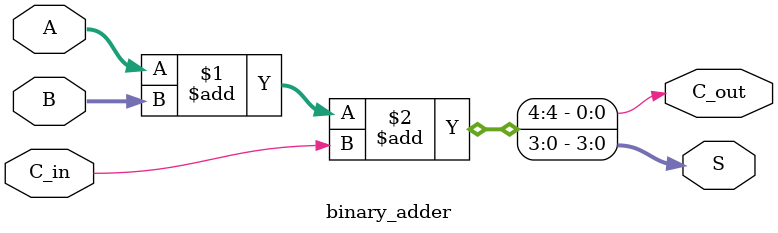
<source format=v>
module binary_adder(A,B,C_in,S,C_out);
input [3:0] A,B;
input C_in;
output C_out;
output [3:0] S;

assign {C_out,S}=A+B+C_in;
endmodule

</source>
